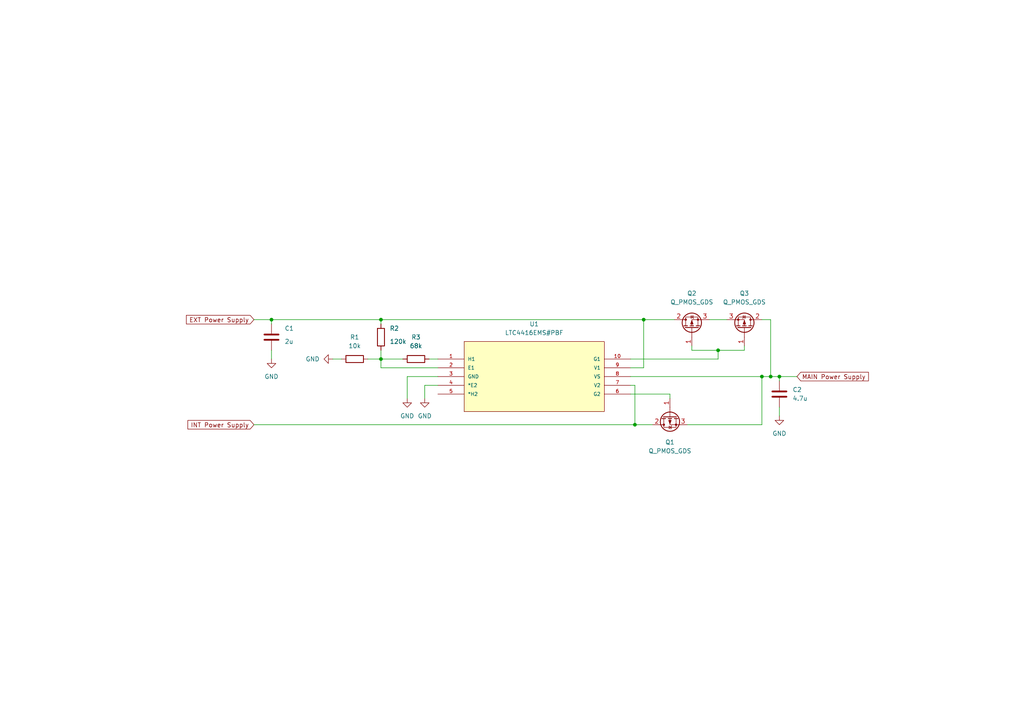
<source format=kicad_sch>
(kicad_sch (version 20211123) (generator eeschema)
  (paper "A4")
  (lib_symbols
    (symbol "Device:C" (pin_numbers hide) (pin_names (offset 0.254))
      (property "Reference" "C" (at 0.635 2.54 0))
      (property "Value" "C" (at 0.635 -2.54 0))
      (symbol "C_0_1"
        (polyline (pts (xy -2.032 -0.762) (xy 2.032 -0.762)) (stroke (width 0.508)))
        (polyline (pts (xy -2.032 0.762) (xy 2.032 0.762)) (stroke (width 0.508)))
      )
      (symbol "C_1_1"
        (pin passive line (at 0 3.81 270) (length 2.794) (name "~") (number "1"))
        (pin passive line (at 0 -3.81 90) (length 2.794) (name "~") (number "2"))
      )
    )
    (symbol "Device:Q_PMOS_GDS" (pin_names (offset 0) hide)
      (property "Reference" "Q" (at 5.08 1.27 0))
      (property "Value" "Q_PMOS_GDS" (at 5.08 -1.27 0))
      (symbol "Q_PMOS_GDS_0_1"
        (polyline (pts (xy 0.254 0) (xy -2.54 0)))
        (polyline (pts (xy 0.254 1.905) (xy 0.254 -1.905)) (stroke (width 0.254)))
        (polyline (pts (xy 0.762 -1.27) (xy 0.762 -2.286)) (stroke (width 0.254)))
        (polyline (pts (xy 0.762 0.508) (xy 0.762 -0.508)) (stroke (width 0.254)))
        (polyline (pts (xy 0.762 2.286) (xy 0.762 1.27)) (stroke (width 0.254)))
        (polyline (pts (xy 2.54 2.54) (xy 2.54 1.778)))
        (polyline (pts (xy 2.54 -2.54) (xy 2.54 0) (xy 0.762 0)))
        (polyline (pts (xy 0.762 1.778) (xy 3.302 1.778) (xy 3.302 -1.778) (xy 0.762 -1.778)))
        (polyline (pts (xy 2.286 0) (xy 1.27 0.381) (xy 1.27 -0.381) (xy 2.286 0)) (fill (type outline)))
        (polyline (pts (xy 2.794 -0.508) (xy 2.921 -0.381) (xy 3.683 -0.381) (xy 3.81 -0.254)))
        (polyline (pts (xy 3.302 -0.381) (xy 2.921 0.254) (xy 3.683 0.254) (xy 3.302 -0.381)))
        (circle (center 1.651 0) (radius 2.794) (stroke (width 0.254)))
        (circle (center 2.54 -1.778) (radius 0.254) (fill (type outline)))
        (circle (center 2.54 1.778) (radius 0.254) (fill (type outline)))
      )
      (symbol "Q_PMOS_GDS_1_1"
        (pin input line (at -5.08 0 0) (length 2.54) (name "G") (number "1"))
        (pin passive line (at 2.54 5.08 270) (length 2.54) (name "D") (number "2"))
        (pin passive line (at 2.54 -5.08 90) (length 2.54) (name "S") (number "3"))
      )
    )
    (symbol "Device:R" (pin_numbers hide) (pin_names (offset 0))
      (property "Reference" "R" (at 2.032 0 90))
      (property "Value" "R" (at 0 0 90))
      (symbol "R_0_1"
        (rectangle (start -1.016 -2.54) (end 1.016 2.54) (stroke (width 0.254)))
      )
      (symbol "R_1_1"
        (pin passive line (at 0 3.81 270) (length 1.27) (name "~") (number "1"))
        (pin passive line (at 0 -3.81 90) (length 1.27) (name "~") (number "2"))
      )
    )
    (symbol "LTC4416EMS_PBF:LTC4416EMS#PBF" (pin_names (offset 1.016))
      (property "Reference" "U" (at 23.2536 9.1335 0))
      (property "Value" "LTC4416EMS#PBF" (at 22.6431 6.5968 0))
      (symbol "LTC4416EMS#PBF_0_0"
        (rectangle (start 7.62 -15.24) (end 48.26 5.08) (stroke (width 0.1524)) (fill (type background)))
        (pin output line (at 0 0 0) (length 7.62) (name "H1") (number "1"))
        (pin passive line (at 55.88 0 180) (length 7.62) (name "G1") (number "10"))
        (pin input line (at 0 -2.54 0) (length 7.62) (name "E1") (number "2"))
        (pin power_in line (at 0 -5.08 0) (length 7.62) (name "GND") (number "3"))
        (pin input line (at 0 -7.62 0) (length 7.62) (name "*E2") (number "4"))
        (pin input line (at 0 -10.16 0) (length 7.62) (name "*H2") (number "5"))
        (pin passive line (at 55.88 -10.16 180) (length 7.62) (name "G2") (number "6"))
        (pin input line (at 55.88 -7.62 180) (length 7.62) (name "V2") (number "7"))
        (pin input line (at 55.88 -5.08 180) (length 7.62) (name "VS") (number "8"))
        (pin input line (at 55.88 -2.54 180) (length 7.62) (name "V1") (number "9"))
      )
    )
    (symbol "power:GND" (power) (pin_names (offset 0))
      (property "Value" "GND" (at 0 -3.81 0))
      (symbol "GND_0_1"
        (polyline (pts (xy 0 0) (xy 0 -1.27) (xy 1.27 -1.27) (xy 0 -2.54) (xy -1.27 -1.27) (xy 0 -1.27)))
      )
      (symbol "GND_1_1"
        (pin power_in line (at 0 0 270) (length 0) hide (name "GND") (number "1"))
      )
    )
  )
  (junction (at 208.28 101.6))
  (junction (at 186.69 92.71))
  (junction (at 223.52 109.22))
  (junction (at 184.15 123.19))
  (junction (at 220.98 109.22))
  (junction (at 226.06 109.22))
  (junction (at 110.49 92.71))
  (junction (at 78.74 92.71))
  (junction (at 110.49 104.14))
  (wire (pts (xy 182.88 106.68) (xy 186.69 106.68)))
  (wire (pts (xy 110.49 92.71) (xy 110.49 93.98)))
  (wire (pts (xy 182.88 109.22) (xy 220.98 109.22)))
  (wire (pts (xy 110.49 101.6) (xy 110.49 104.14)))
  (wire (pts (xy 124.46 104.14) (xy 127 104.14)))
  (wire (pts (xy 184.15 111.76) (xy 184.15 123.19)))
  (wire (pts (xy 205.74 92.71) (xy 210.82 92.71)))
  (wire (pts (xy 200.66 100.33) (xy 200.66 101.6)))
  (wire (pts (xy 208.28 104.14) (xy 208.28 101.6)))
  (wire (pts (xy 184.15 123.19) (xy 189.23 123.19)))
  (wire (pts (xy 182.88 111.76) (xy 184.15 111.76)))
  (wire (pts (xy 215.9 101.6) (xy 215.9 100.33)))
  (wire (pts (xy 186.69 92.71) (xy 195.58 92.71)))
  (wire (pts (xy 199.39 123.19) (xy 220.98 123.19)))
  (wire (pts (xy 223.52 109.22) (xy 226.06 109.22)))
  (wire (pts (xy 226.06 109.22) (xy 231.14 109.22)))
  (wire (pts (xy 182.88 114.3) (xy 194.31 114.3)))
  (wire (pts (xy 127 111.76) (xy 123.19 111.76)))
  (wire (pts (xy 226.06 109.22) (xy 226.06 110.49)))
  (wire (pts (xy 110.49 92.71) (xy 186.69 92.71)))
  (wire (pts (xy 110.49 104.14) (xy 116.84 104.14)))
  (wire (pts (xy 78.74 92.71) (xy 110.49 92.71)))
  (wire (pts (xy 186.69 106.68) (xy 186.69 92.71)))
  (wire (pts (xy 78.74 92.71) (xy 78.74 93.98)))
  (wire (pts (xy 194.31 114.3) (xy 194.31 115.57)))
  (wire (pts (xy 208.28 101.6) (xy 215.9 101.6)))
  (wire (pts (xy 220.98 123.19) (xy 220.98 109.22)))
  (wire (pts (xy 73.66 92.71) (xy 78.74 92.71)))
  (wire (pts (xy 118.11 109.22) (xy 118.11 115.57)))
  (wire (pts (xy 220.98 109.22) (xy 223.52 109.22)))
  (wire (pts (xy 106.68 104.14) (xy 110.49 104.14)))
  (wire (pts (xy 118.11 109.22) (xy 127 109.22)))
  (wire (pts (xy 182.88 104.14) (xy 208.28 104.14)))
  (wire (pts (xy 110.49 106.68) (xy 127 106.68)))
  (wire (pts (xy 200.66 101.6) (xy 208.28 101.6)))
  (wire (pts (xy 223.52 92.71) (xy 223.52 109.22)))
  (wire (pts (xy 123.19 111.76) (xy 123.19 115.57)))
  (wire (pts (xy 73.66 123.19) (xy 184.15 123.19)))
  (wire (pts (xy 78.74 101.6) (xy 78.74 104.14)))
  (wire (pts (xy 226.06 118.11) (xy 226.06 120.65)))
  (wire (pts (xy 220.98 92.71) (xy 223.52 92.71)))
  (wire (pts (xy 110.49 106.68) (xy 110.49 104.14)))
  (wire (pts (xy 96.52 104.14) (xy 99.06 104.14)))
  (global_label "MAIN Power Supply" (shape input) (at 231.14 109.22 0) (property "Intersheet References" "${INTERSHEET_REFS}" (effects hide)))
  (global_label "INT Power Supply" (shape input) (at 73.66 123.19 180) (property "シート間のリファレンス" "${INTERSHEET_REFS}" (effects hide)))
  (global_label "EXT Power Supply" (shape input) (at 73.66 92.71 180) (property "シート間のリファレンス" "${INTERSHEET_REFS}" (effects hide)))
  (symbol (lib_id "Device:R") (at 102.87 104.14 90) (unit 1)
    (property "Reference" "R1" (at 102.87 97.79 90))
    (property "Value" "10k" (at 102.87 100.33 90))
    (property "Footprint" "Resistor_SMD:R_0603_1608Metric_Pad0.98x0.95mm_HandSolder" (effects hide))
  )
  (symbol (lib_id "LTC4416EMS_PBF:LTC4416EMS#PBF") (at 127 104.14 0) (unit 1)
    (property "Reference" "U1" (at 154.94 93.98 0))
    (property "Value" "LTC4416EMS#PBF" (at 154.94 96.52 0))
    (property "Footprint" "Package_SO:MSOP-10-1EP_3x3mm_P0.5mm_EP1.68x1.88mm_ThermalVias" (effects hide))
    (property "MANUFACTURER_PART_NUMBER" "ltc4416ims1" (effects hide))
    (property "VENDOR" "Linear Technology" (effects hide))
  )
  (symbol (lib_id "Device:R") (at 120.65 104.14 90) (unit 1)
    (property "Reference" "R3" (at 120.65 97.79 90))
    (property "Value" "68k" (at 120.65 100.33 90))
    (property "Footprint" "Resistor_SMD:R_0603_1608Metric_Pad0.98x0.95mm_HandSolder" (effects hide))
  )
  (symbol (lib_id "Device:Q_PMOS_GDS") (at 200.66 95.25 90) (unit 1)
    (property "Reference" "Q2" (at 200.66 85.09 90))
    (property "Value" "Q_PMOS_GDS" (at 200.66 87.63 90))
    (property "Footprint" "Package_TO_SOT_SMD:TO-252-2" (effects hide))
  )
  (symbol (lib_id "power:GND") (at 226.06 120.65 0) (unit 1)
    (property "Reference" "#PWR05" (effects hide))
    (property "Value" "GND" (at 226.06 125.73 0))
  )
  (symbol (lib_id "power:GND") (at 123.19 115.57 0) (unit 1)
    (property "Reference" "#PWR04" (effects hide))
    (property "Value" "GND" (at 123.19 120.65 0))
  )
  (symbol (lib_id "Device:C") (at 78.74 97.79 0) (unit 1)
    (property "Reference" "C1" (at 82.55 95.2499 0) (effects (justify left)))
    (property "Value" "2u" (at 82.55 99.0599 0) (effects (justify left)))
    (property "Footprint" "Capacitor_SMD:C_0603_1608Metric_Pad1.08x0.95mm_HandSolder" (effects hide))
  )
  (symbol (lib_id "Device:Q_PMOS_GDS") (at 194.31 120.65 90) (mirror x) (unit 1)
    (property "Reference" "Q1" (at 194.31 128.27 90))
    (property "Value" "Q_PMOS_GDS" (at 194.31 130.81 90))
    (property "Footprint" "Package_TO_SOT_SMD:TO-252-2" (effects hide))
  )
  (symbol (lib_id "Device:C") (at 226.06 114.3 0) (unit 1)
    (property "Reference" "C2" (at 229.87 113.0299 0) (effects (justify left)))
    (property "Value" "4.7u" (at 229.87 115.5699 0) (effects (justify left)))
    (property "Footprint" "Capacitor_SMD:C_0603_1608Metric_Pad1.08x0.95mm_HandSolder" (effects hide))
  )
  (symbol (lib_id "Device:R") (at 110.49 97.79 180) (unit 1)
    (property "Reference" "R2" (at 113.03 95.2499 0) (effects (justify right)))
    (property "Value" "120k" (at 113.03 99.0599 0) (effects (justify right)))
    (property "Footprint" "Resistor_SMD:R_0603_1608Metric_Pad0.98x0.95mm_HandSolder" (effects hide))
  )
  (symbol (lib_id "power:GND") (at 78.74 104.14 0) (unit 1)
    (property "Reference" "#PWR01" (effects hide))
    (property "Value" "GND" (at 78.74 109.22 0))
  )
  (symbol (lib_id "power:GND") (at 96.52 104.14 270) (unit 1)
    (property "Reference" "#PWR02" (effects hide))
    (property "Value" "GND" (at 92.71 104.1399 90) (effects (justify right)))
  )
  (symbol (lib_id "power:GND") (at 118.11 115.57 0) (unit 1)
    (property "Reference" "#PWR03" (effects hide))
    (property "Value" "GND" (at 118.11 120.65 0))
  )
  (symbol (lib_id "Device:Q_PMOS_GDS") (at 215.9 95.25 270) (mirror x) (unit 1)
    (property "Reference" "Q3" (at 215.9 85.09 90))
    (property "Value" "Q_PMOS_GDS" (at 215.9 87.63 90))
    (property "Footprint" "Package_TO_SOT_SMD:TO-252-2" (effects hide))
  )
)
</source>
